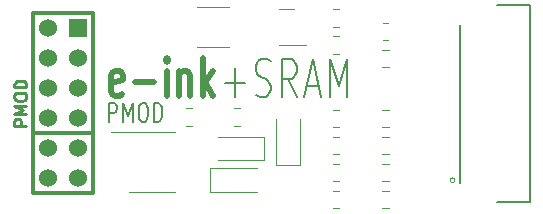
<source format=gto>
G04 #@! TF.GenerationSoftware,KiCad,Pcbnew,(5.99.0-8084-g866e5df16a)*
G04 #@! TF.CreationDate,2021-01-03T17:36:52+01:00*
G04 #@! TF.ProjectId,e-ink_pmod,652d696e-6b5f-4706-9d6f-642e6b696361,1.1*
G04 #@! TF.SameCoordinates,PX525bfc0PY429d390*
G04 #@! TF.FileFunction,Legend,Top*
G04 #@! TF.FilePolarity,Positive*
%FSLAX46Y46*%
G04 Gerber Fmt 4.6, Leading zero omitted, Abs format (unit mm)*
G04 Created by KiCad (PCBNEW (5.99.0-8084-g866e5df16a)) date 2021-01-03 17:36:52*
%MOMM*%
%LPD*%
G01*
G04 APERTURE LIST*
%ADD10C,0.500000*%
%ADD11C,0.200000*%
%ADD12C,0.254000*%
%ADD13C,0.120000*%
%ADD14C,0.127000*%
%ADD15C,0.100000*%
%ADD16C,0.304800*%
%ADD17C,1.524000*%
%ADD18R,1.524000X1.524000*%
G04 APERTURE END LIST*
D10*
X10092904Y-9379638D02*
X9883380Y-9532019D01*
X9464333Y-9532019D01*
X9254809Y-9379638D01*
X9150047Y-9074876D01*
X9150047Y-7855828D01*
X9254809Y-7551066D01*
X9464333Y-7398685D01*
X9883380Y-7398685D01*
X10092904Y-7551066D01*
X10197666Y-7855828D01*
X10197666Y-8160590D01*
X9150047Y-8465352D01*
X11140523Y-8312971D02*
X12816714Y-8312971D01*
X13864333Y-9532019D02*
X13864333Y-7398685D01*
X13864333Y-6332019D02*
X13759571Y-6484400D01*
X13864333Y-6636780D01*
X13969095Y-6484400D01*
X13864333Y-6332019D01*
X13864333Y-6636780D01*
X14911952Y-7398685D02*
X14911952Y-9532019D01*
X14911952Y-7703447D02*
X15016714Y-7551066D01*
X15226238Y-7398685D01*
X15540523Y-7398685D01*
X15750047Y-7551066D01*
X15854809Y-7855828D01*
X15854809Y-9532019D01*
X16902428Y-9532019D02*
X16902428Y-6332019D01*
X17111952Y-8312971D02*
X17740523Y-9532019D01*
X17740523Y-7398685D02*
X16902428Y-8617733D01*
D11*
X8971428Y-11703809D02*
X8971428Y-10103809D01*
X9428571Y-10103809D01*
X9542857Y-10180000D01*
X9600000Y-10256190D01*
X9657142Y-10408571D01*
X9657142Y-10637142D01*
X9600000Y-10789523D01*
X9542857Y-10865714D01*
X9428571Y-10941904D01*
X8971428Y-10941904D01*
X10171428Y-11703809D02*
X10171428Y-10103809D01*
X10571428Y-11246666D01*
X10971428Y-10103809D01*
X10971428Y-11703809D01*
X11771428Y-10103809D02*
X12000000Y-10103809D01*
X12114285Y-10180000D01*
X12228571Y-10332380D01*
X12285714Y-10637142D01*
X12285714Y-11170476D01*
X12228571Y-11475238D01*
X12114285Y-11627619D01*
X12000000Y-11703809D01*
X11771428Y-11703809D01*
X11657142Y-11627619D01*
X11542857Y-11475238D01*
X11485714Y-11170476D01*
X11485714Y-10637142D01*
X11542857Y-10332380D01*
X11657142Y-10180000D01*
X11771428Y-10103809D01*
X12800000Y-11703809D02*
X12800000Y-10103809D01*
X13085714Y-10103809D01*
X13257142Y-10180000D01*
X13371428Y-10332380D01*
X13428571Y-10484761D01*
X13485714Y-10789523D01*
X13485714Y-11018095D01*
X13428571Y-11322857D01*
X13371428Y-11475238D01*
X13257142Y-11627619D01*
X13085714Y-11703809D01*
X12800000Y-11703809D01*
X18783809Y-8398571D02*
X20460000Y-8398571D01*
X19621904Y-9617619D02*
X19621904Y-7179523D01*
X21402857Y-9465238D02*
X21717142Y-9617619D01*
X22240952Y-9617619D01*
X22450476Y-9465238D01*
X22555238Y-9312857D01*
X22660000Y-9008095D01*
X22660000Y-8703333D01*
X22555238Y-8398571D01*
X22450476Y-8246190D01*
X22240952Y-8093809D01*
X21821904Y-7941428D01*
X21612380Y-7789047D01*
X21507619Y-7636666D01*
X21402857Y-7331904D01*
X21402857Y-7027142D01*
X21507619Y-6722380D01*
X21612380Y-6570000D01*
X21821904Y-6417619D01*
X22345714Y-6417619D01*
X22660000Y-6570000D01*
X24860000Y-9617619D02*
X24126666Y-8093809D01*
X23602857Y-9617619D02*
X23602857Y-6417619D01*
X24440952Y-6417619D01*
X24650476Y-6570000D01*
X24755238Y-6722380D01*
X24860000Y-7027142D01*
X24860000Y-7484285D01*
X24755238Y-7789047D01*
X24650476Y-7941428D01*
X24440952Y-8093809D01*
X23602857Y-8093809D01*
X25698095Y-8703333D02*
X26745714Y-8703333D01*
X25488571Y-9617619D02*
X26221904Y-6417619D01*
X26955238Y-9617619D01*
X27688571Y-9617619D02*
X27688571Y-6417619D01*
X28421904Y-8703333D01*
X29155238Y-6417619D01*
X29155238Y-9617619D01*
D12*
X1983619Y-12046857D02*
X967619Y-12046857D01*
X967619Y-11659809D01*
X1016000Y-11563047D01*
X1064380Y-11514666D01*
X1161142Y-11466285D01*
X1306285Y-11466285D01*
X1403047Y-11514666D01*
X1451428Y-11563047D01*
X1499809Y-11659809D01*
X1499809Y-12046857D01*
X1983619Y-11030857D02*
X967619Y-11030857D01*
X1693333Y-10692190D01*
X967619Y-10353523D01*
X1983619Y-10353523D01*
X967619Y-9676190D02*
X967619Y-9482666D01*
X1016000Y-9385904D01*
X1112761Y-9289142D01*
X1306285Y-9240761D01*
X1644952Y-9240761D01*
X1838476Y-9289142D01*
X1935238Y-9385904D01*
X1983619Y-9482666D01*
X1983619Y-9676190D01*
X1935238Y-9772952D01*
X1838476Y-9869714D01*
X1644952Y-9918095D01*
X1306285Y-9918095D01*
X1112761Y-9869714D01*
X1016000Y-9772952D01*
X967619Y-9676190D01*
X1983619Y-8805333D02*
X967619Y-8805333D01*
X967619Y-8563428D01*
X1016000Y-8418285D01*
X1112761Y-8321523D01*
X1209523Y-8273142D01*
X1403047Y-8224761D01*
X1548190Y-8224761D01*
X1741714Y-8273142D01*
X1838476Y-8321523D01*
X1935238Y-8418285D01*
X1983619Y-8563428D01*
X1983619Y-8805333D01*
D13*
X28455252Y-4472000D02*
X27932748Y-4472000D01*
X28455252Y-5942000D02*
X27932748Y-5942000D01*
X32646252Y-7085000D02*
X32123748Y-7085000D01*
X32646252Y-5615000D02*
X32123748Y-5615000D01*
X28455252Y-14451000D02*
X27932748Y-14451000D01*
X28455252Y-12981000D02*
X27932748Y-12981000D01*
X28455252Y-16737000D02*
X27932748Y-16737000D01*
X28455252Y-15267000D02*
X27932748Y-15267000D01*
X28455252Y-17553000D02*
X27932748Y-17553000D01*
X28455252Y-19023000D02*
X27932748Y-19023000D01*
X32123748Y-15267000D02*
X32646252Y-15267000D01*
X32123748Y-16737000D02*
X32646252Y-16737000D01*
X32123748Y-19023000D02*
X32646252Y-19023000D01*
X32123748Y-17553000D02*
X32646252Y-17553000D01*
X19550748Y-12035000D02*
X20073252Y-12035000D01*
X19550748Y-10565000D02*
X20073252Y-10565000D01*
X28455252Y-10695000D02*
X27932748Y-10695000D01*
X28455252Y-12165000D02*
X27932748Y-12165000D01*
X17562000Y-15637000D02*
X17562000Y-17637000D01*
X17562000Y-17637000D02*
X21462000Y-17637000D01*
X17562000Y-15637000D02*
X21462000Y-15637000D01*
X22062000Y-12970000D02*
X18162000Y-12970000D01*
X22062000Y-14970000D02*
X22062000Y-12970000D01*
X22062000Y-14970000D02*
X18162000Y-14970000D01*
X23130000Y-15331000D02*
X25130000Y-15331000D01*
X23130000Y-15331000D02*
X23130000Y-11431000D01*
X25130000Y-15331000D02*
X25130000Y-11431000D01*
X19166252Y-1973000D02*
X16393748Y-1973000D01*
X19166252Y-5393000D02*
X16393748Y-5393000D01*
X28421064Y-2186000D02*
X27966936Y-2186000D01*
X28421064Y-3656000D02*
X27966936Y-3656000D01*
X32612064Y-4799000D02*
X32157936Y-4799000D01*
X32612064Y-3329000D02*
X32157936Y-3329000D01*
D14*
X44600000Y-18460000D02*
X41800000Y-18460000D01*
X38700000Y-3510000D02*
X38700000Y-16860000D01*
X44600000Y-18460000D02*
X44600000Y-1860000D01*
X44600000Y-1860000D02*
X41800000Y-1860000D01*
D15*
X38250000Y-16660000D02*
G75*
G03*
X38250000Y-16660000I-200000J0D01*
G01*
D16*
X2540000Y-17780000D02*
X7620000Y-17780000D01*
X7620000Y-12700000D02*
X2540000Y-12700000D01*
X7620000Y-17780000D02*
X7620000Y-2540000D01*
X7620000Y-2540000D02*
X2540000Y-2540000D01*
X2540000Y-2540000D02*
X2540000Y-17780000D01*
D13*
X24003000Y-5243000D02*
X25678000Y-5243000D01*
X24003000Y-5243000D02*
X23353000Y-5243000D01*
X24003000Y-2123000D02*
X23353000Y-2123000D01*
X24003000Y-2123000D02*
X24653000Y-2123000D01*
X32646252Y-14451000D02*
X32123748Y-14451000D01*
X32646252Y-12981000D02*
X32123748Y-12981000D01*
X32646252Y-10695000D02*
X32123748Y-10695000D01*
X32646252Y-12165000D02*
X32123748Y-12165000D01*
X15518748Y-12045000D02*
X16041252Y-12045000D01*
X15518748Y-10575000D02*
X16041252Y-10575000D01*
X12590000Y-17670000D02*
X14540000Y-17670000D01*
X12590000Y-12550000D02*
X9140000Y-12550000D01*
X12590000Y-17670000D02*
X10640000Y-17670000D01*
X12590000Y-12550000D02*
X14540000Y-12550000D01*
D17*
X3810000Y-3810000D03*
D18*
X6350000Y-3810000D03*
D17*
X3810000Y-6350000D03*
X6350000Y-6350000D03*
X3810000Y-8890000D03*
X6350000Y-8890000D03*
X3810000Y-11430000D03*
X6350000Y-11430000D03*
X3810000Y-13970000D03*
X6350000Y-13970000D03*
X3810000Y-16510000D03*
X6350000Y-16510000D03*
M02*

</source>
